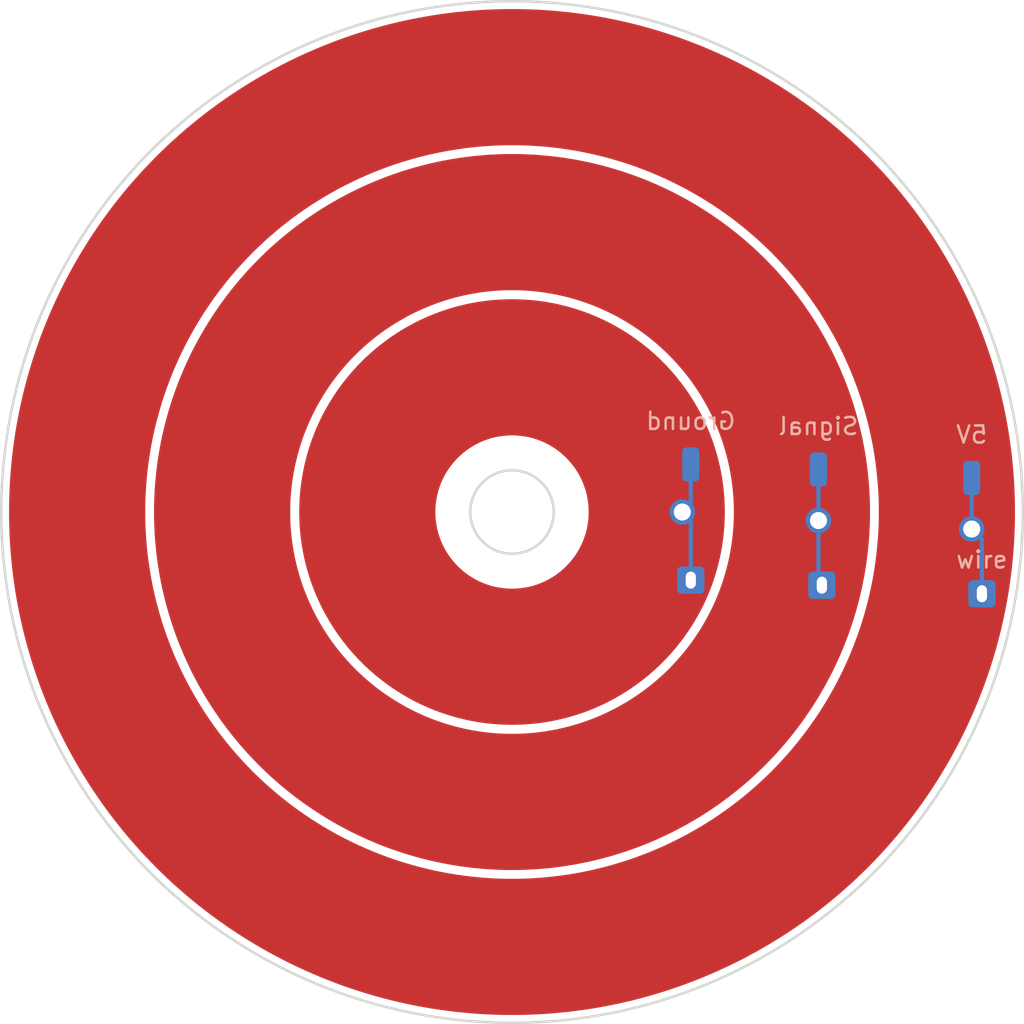
<source format=kicad_pcb>
(kicad_pcb (version 20211014) (generator pcbnew)
  (layers (0 "F.Cu" signal "Top") (31 "B.Cu" signal "Bottom") (34 "B.Paste" user) (35 "F.Paste" user) (36 "B.SilkS" user "B.Silkscreen") (37 "F.SilkS" user "F.Silkscreen") (38 "B.Mask" user) (39 "F.Mask" user) (44 "Edge.Cuts" user))
  (net 0 "")
  (net 1 "+5V")
  (net 2 "GND")
  (footprint "Connector_Wire:SolderWirePad_1x01_SMD_1x2mm" (layer "F.Cu") (at 168 102.5)
    (fp_text reference "Signal" (at 0 -2.54) (layer "B.SilkS") (effects (justify mirror)))
    (fp_text value "pad")
    (pad "1" smd roundrect (at 0 0) (size 1 2) (layers "B.Cu" "B.Paste" "B.Mask"))
  )
  (footprint "" (layer "F.Cu") (at 160.5 109)
    (fp_text reference "" (at 0 0) (layer "F.SilkS") (effects (font (size 1.27 1.27))))
    (fp_text value "" (at 0 0) (layer "F.SilkS") (effects (font (size 1.27 1.27))))
    (pad "1" thru_hole roundrect (at 0 0) (size 1.6 1.6) (drill oval 0.6 1) (layers *.Cu *.Mask) (roundrect_rratio 0.15625) (net 2 "GND"))
  )
  (footprint "Connector_Wire:SolderWirePad_1x01_SMD_1x2mm" (layer "F.Cu") (at 177 103)
    (fp_text reference "5V" (at 0 -2.54) (layer "B.SilkS") (effects (justify mirror)))
    (fp_text value "pad")
    (pad "1" smd roundrect (at 0 0) (size 1 2) (layers "B.Cu" "B.Paste" "B.Mask") (net 1 "+5V"))
  )
  (footprint "Connector_Wire:SolderWirePad_1x01_SMD_1x2mm" (layer "F.Cu") (at 160.5 102.2)
    (fp_text reference "Ground" (at 0 -2.54) (layer "B.SilkS") (effects (justify mirror)))
    (fp_text value "pad")
    (pad "1" smd roundrect (at 0 0) (size 1 2) (layers "B.Cu" "B.Paste" "B.Mask") (net 2 "GND"))
  )
  (footprint "" (layer "F.Cu") (at 168.2 109.3)
    (fp_text reference "" (at 0 0) (layer "F.SilkS") (effects (font (size 1.27 1.27))))
    (fp_text value "" (at 0 0) (layer "F.SilkS") (effects (font (size 1.27 1.27))))
    (pad "1" thru_hole roundrect (at 0 0) (size 1.6 1.6) (drill oval 0.6 1) (layers *.Cu *.Mask) (roundrect_rratio 0.15625))
  )
  (footprint "Connector_Wire:SolderWire-0.1sqmm_1x01_D0.4mm_OD1mm" (layer "F.Cu") (at 177.6 109.8)
    (fp_text reference "wire" (at 0 -2) (layer "B.SilkS"))
    (fp_text value "wire")
    (pad "1" thru_hole roundrect (at 0 0) (size 1.6 1.6) (drill oval 0.6 1) (layers *.Cu *.Mask) (roundrect_rratio 0.15625) (net 1 "+5V"))
  )
  (gr_circle (center 150 105) (end 175.5 106.5) (layer "F.Cu") (width 8) (fill none))
  (gr_circle (center 150 105) (end 158.5 105) (layer "F.Cu") (width 8) (fill none))
  (gr_circle (center 150 105) (end 167 106) (layer "F.Cu") (width 8) (fill none))
  (gr_circle (center 150 105) (end 152.45 105) (layer "Edge.Cuts") (width 0.15) (fill none))
  (gr_circle (center 150 105) (end 180 105) (layer "Edge.Cuts") (width 0.15) (fill none))
  (via blind (at 168 105.5) (size 1.5) (drill 1) (layers "F.Cu" "B.Cu") (net 0))
  (segment (start 168 105.5) (end 168 102.5) (width 0.25) (layer "B.Cu") (net 0))
  (segment (start 168 105.5) (end 168 109.1) (width 0.25) (layer "B.Cu") (net 0))
  (segment (start 168 109.1) (end 168.2 109.3) (width 0.25) (layer "B.Cu") (net 0))
  (via blind (at 177 106) (size 1.5) (drill 1) (layers "F.Cu" "B.Cu") (net 1))
  (segment (start 177 106) (end 177.6 106.6) (width 0.25) (layer "B.Cu") (net 1))
  (segment (start 177.6 106.6) (end 177.6 109.8) (width 0.25) (layer "B.Cu") (net 1))
  (segment (start 177 106) (end 177 103) (width 0.25) (layer "B.Cu") (net 1))
  (via blind (at 160 105) (size 1.5) (drill 1) (layers "F.Cu" "B.Cu") (net 2))
  (segment (start 160 105) (end 160.5 104.5) (width 0.25) (layer "B.Cu") (net 2))
  (segment (start 159.9 108.4) (end 160.5 109) (width 0.25) (layer "B.Cu") (net 2))
  (segment (start 160.5 105.5) (end 160.5 109) (width 0.25) (layer "B.Cu") (net 2))
  (segment (start 160.5 104.5) (end 160.5 102.2) (width 0.25) (layer "B.Cu") (net 2))
  (segment (start 160 105) (end 160.5 105.5) (width 0.25) (layer "B.Cu") (net 2))
)
</source>
